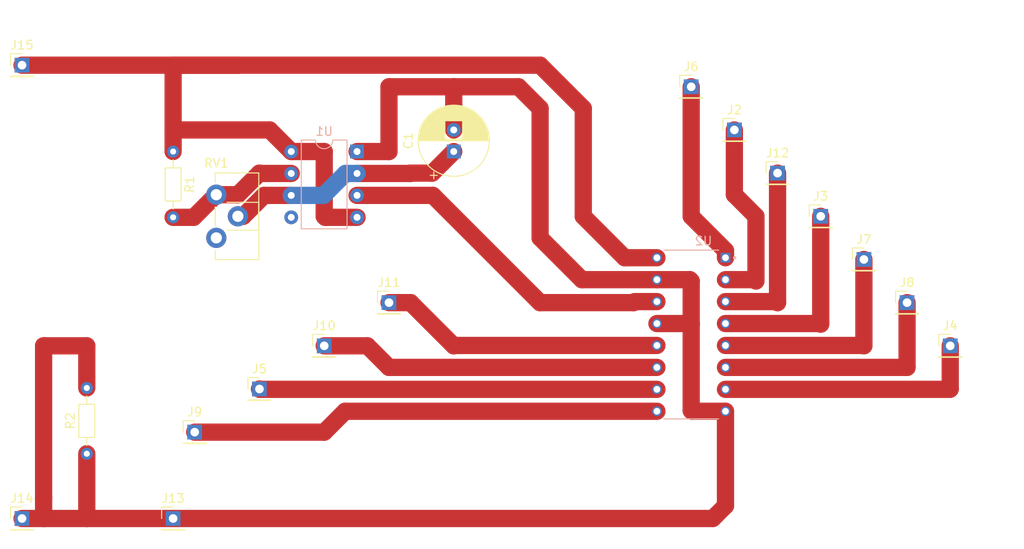
<source format=kicad_pcb>
(kicad_pcb (version 20240108) (generator "pcbnew") (generator_version "8.0")
  (layers (0 "F.Cu" signal) (31 "B.Cu" signal) (34 "B.Paste" user) (35 "F.Paste" user) (36 "B.SilkS" user "B.Silkscreen") (37 "F.SilkS" user "F.Silkscreen") (38 "B.Mask" user) (39 "F.Mask" user) (44 "Edge.Cuts" user))
  (net 0 "")
  (net 1 "Net-(U1-THR)")
  (net 3 "Net-(J2-Pin_1)")
  (net 4 "Net-(U1-DIS)")
  (net 5 "Net-(U1-Q)")
  (net 6 "Net-(J5-Pin_1)")
  (net 7 "Net-(J3-Pin_1)")
  (net 8 "Net-(J6-Pin_1)")
  (net 9 "Net-(J4-Pin_1)")
  (net 10 "Net-(J7-Pin_1)")
  (net 12 "Net-(J14-Pin_1)")
  (net 13 "Net-(J15-Pin_1)")
  (net 14 "Net-(J13-Pin_1)")
  (net 15 "Net-(J8-Pin_1)")
  (net 16 "Net-(J9-Pin_1)")
  (net 17 "Net-(J11-Pin_1)")
  (net 18 "Net-(J10-Pin_1)")
  (net 19 "Net-(J12-Pin_1)")
  (footprint "Resistor_THT:R_Axial_DIN0204_L3.6mm_D1.6mm_P7.62mm_Horizontal" (layer "F.Cu") (at 117.5 117.5 90)
    (property "Reference" "R2" (at 3.81 -1.92 90) (layer "F.SilkS"))
    (property "Value" "1k")
    (fp_line (start 5.73 -0.92) (end 1.89 -0.92) (stroke (width 0.12)) (layer "F.SilkS"))
    (fp_line (start 1.89 -0.92) (end 1.89 0.92) (stroke (width 0.12)) (layer "F.SilkS"))
    (fp_line (start 6.68 0) (end 5.73 0) (stroke (width 0.12)) (layer "F.SilkS"))
    (fp_line (start 0.94 0) (end 1.89 0) (stroke (width 0.12)) (layer "F.SilkS"))
    (fp_line (start 5.73 0.92) (end 5.73 -0.92) (stroke (width 0.12)) (layer "F.SilkS"))
    (fp_line (start 1.89 0.92) (end 5.73 0.92) (stroke (width 0.12)) (layer "F.SilkS"))
    (pad "1" thru_hole circle (at 0 0 90) (size 1.4 1.4) (drill 0.7) (layers "*.Cu" "*.Mask") (net 12 "Net-(J14-Pin_1)"))
    (pad "2" thru_hole oval (at 7.62 0 90) (size 1.4 1.4) (drill 0.7) (layers "*.Cu" "*.Mask") (net 14 "Net-(J13-Pin_1)"))
  )
  (footprint "Connector_PinHeader_2.54mm:PinHeader_1x01_P2.54mm_Vertical" (layer "F.Cu") (at 197.5 85)
    (property "Reference" "J12" (at 0 -2.33 0) (layer "F.SilkS"))
    (property "Value" "Screw_Terminal_01x01")
    (fp_line (start -1.33 -1.33) (end 0 -1.33) (stroke (width 0.12)) (layer "F.SilkS"))
    (fp_line (start -1.33 0) (end -1.33 -1.33) (stroke (width 0.12)) (layer "F.SilkS"))
    (fp_line (start -1.33 1.27) (end -1.33 1.33) (stroke (width 0.12)) (layer "F.SilkS"))
    (fp_line (start -1.33 1.27) (end 1.33 1.27) (stroke (width 0.12)) (layer "F.SilkS"))
    (fp_line (start -1.33 1.33) (end 1.33 1.33) (stroke (width 0.12)) (layer "F.SilkS"))
    (fp_line (start 1.33 1.27) (end 1.33 1.33) (stroke (width 0.12)) (layer "F.SilkS"))
    (pad "1" thru_hole rect (at 0 0) (size 1.7 1.7) (drill 1) (layers "*.Cu" "*.Mask") (net 19 "Net-(J12-Pin_1)"))
  )
  (footprint "Connector_PinHeader_2.54mm:PinHeader_1x01_P2.54mm_Vertical" (layer "F.Cu") (at 130 115)
    (property "Reference" "J9" (at 0 -2.33 0) (layer "F.SilkS"))
    (property "Value" "Screw_Terminal_01x01")
    (fp_line (start -1.33 -1.33) (end 0 -1.33) (stroke (width 0.12)) (layer "F.SilkS"))
    (fp_line (start -1.33 0) (end -1.33 -1.33) (stroke (width 0.12)) (layer "F.SilkS"))
    (fp_line (start -1.33 1.27) (end -1.33 1.33) (stroke (width 0.12)) (layer "F.SilkS"))
    (fp_line (start -1.33 1.27) (end 1.33 1.27) (stroke (width 0.12)) (layer "F.SilkS"))
    (fp_line (start -1.33 1.33) (end 1.33 1.33) (stroke (width 0.12)) (layer "F.SilkS"))
    (fp_line (start 1.33 1.27) (end 1.33 1.33) (stroke (width 0.12)) (layer "F.SilkS"))
    (pad "1" thru_hole rect (at 0 0) (size 1.7 1.7) (drill 1) (layers "*.Cu" "*.Mask") (net 16 "Net-(J9-Pin_1)"))
  )
  (footprint "Connector_PinHeader_2.54mm:PinHeader_1x01_P2.54mm_Vertical" (layer "F.Cu") (at 152.5 100)
    (property "Reference" "J11" (at 0 -2.33 0) (layer "F.SilkS"))
    (property "Value" "Screw_Terminal_01x01")
    (fp_line (start -1.33 -1.33) (end 0 -1.33) (stroke (width 0.12)) (layer "F.SilkS"))
    (fp_line (start -1.33 0) (end -1.33 -1.33) (stroke (width 0.12)) (layer "F.SilkS"))
    (fp_line (start -1.33 1.27) (end -1.33 1.33) (stroke (width 0.12)) (layer "F.SilkS"))
    (fp_line (start -1.33 1.27) (end 1.33 1.27) (stroke (width 0.12)) (layer "F.SilkS"))
    (fp_line (start -1.33 1.33) (end 1.33 1.33) (stroke (width 0.12)) (layer "F.SilkS"))
    (fp_line (start 1.33 1.27) (end 1.33 1.33) (stroke (width 0.12)) (layer "F.SilkS"))
    (pad "1" thru_hole rect (at 0 0) (size 1.7 1.7) (drill 1) (layers "*.Cu" "*.Mask") (net 17 "Net-(J11-Pin_1)"))
  )
  (footprint "Connector_PinHeader_2.54mm:PinHeader_1x01_P2.54mm_Vertical" (layer "F.Cu") (at 207.5 95)
    (property "Reference" "J7" (at 0 -2.33 0) (layer "F.SilkS"))
    (property "Value" "Screw_Terminal_01x01")
    (fp_line (start -1.33 -1.33) (end 0 -1.33) (stroke (width 0.12)) (layer "F.SilkS"))
    (fp_line (start -1.33 0) (end -1.33 -1.33) (stroke (width 0.12)) (layer "F.SilkS"))
    (fp_line (start -1.33 1.27) (end -1.33 1.33) (stroke (width 0.12)) (layer "F.SilkS"))
    (fp_line (start -1.33 1.27) (end 1.33 1.27) (stroke (width 0.12)) (layer "F.SilkS"))
    (fp_line (start -1.33 1.33) (end 1.33 1.33) (stroke (width 0.12)) (layer "F.SilkS"))
    (fp_line (start 1.33 1.27) (end 1.33 1.33) (stroke (width 0.12)) (layer "F.SilkS"))
    (pad "1" thru_hole rect (at 0 0) (size 1.7 1.7) (drill 1) (layers "*.Cu" "*.Mask") (net 10 "Net-(J7-Pin_1)"))
  )
  (footprint "Connector_PinHeader_2.54mm:PinHeader_1x01_P2.54mm_Vertical" (layer "F.Cu") (at 212.5 100)
    (property "Reference" "J8" (at 0 -2.33 0) (layer "F.SilkS"))
    (property "Value" "Screw_Terminal_01x01")
    (fp_line (start -1.33 -1.33) (end 0 -1.33) (stroke (width 0.12)) (layer "F.SilkS"))
    (fp_line (start -1.33 0) (end -1.33 -1.33) (stroke (width 0.12)) (layer "F.SilkS"))
    (fp_line (start -1.33 1.27) (end -1.33 1.33) (stroke (width 0.12)) (layer "F.SilkS"))
    (fp_line (start -1.33 1.27) (end 1.33 1.27) (stroke (width 0.12)) (layer "F.SilkS"))
    (fp_line (start -1.33 1.33) (end 1.33 1.33) (stroke (width 0.12)) (layer "F.SilkS"))
    (fp_line (start 1.33 1.27) (end 1.33 1.33) (stroke (width 0.12)) (layer "F.SilkS"))
    (pad "1" thru_hole rect (at 0 0) (size 1.7 1.7) (drill 1) (layers "*.Cu" "*.Mask") (net 15 "Net-(J8-Pin_1)"))
  )
  (footprint "Connector_PinHeader_2.54mm:PinHeader_1x01_P2.54mm_Vertical" (layer "F.Cu") (at 202.5 90)
    (property "Reference" "J3" (at 0 -2.33 0) (layer "F.SilkS"))
    (property "Value" "Screw_Terminal_01x01")
    (fp_line (start -1.33 -1.33) (end 0 -1.33) (stroke (width 0.12)) (layer "F.SilkS"))
    (fp_line (start -1.33 0) (end -1.33 -1.33) (stroke (width 0.12)) (layer "F.SilkS"))
    (fp_line (start -1.33 1.27) (end -1.33 1.33) (stroke (width 0.12)) (layer "F.SilkS"))
    (fp_line (start -1.33 1.27) (end 1.33 1.27) (stroke (width 0.12)) (layer "F.SilkS"))
    (fp_line (start -1.33 1.33) (end 1.33 1.33) (stroke (width 0.12)) (layer "F.SilkS"))
    (fp_line (start 1.33 1.27) (end 1.33 1.33) (stroke (width 0.12)) (layer "F.SilkS"))
    (pad "1" thru_hole rect (at 0 0) (size 1.7 1.7) (drill 1) (layers "*.Cu" "*.Mask") (net 7 "Net-(J3-Pin_1)"))
  )
  (footprint "Capacitor_THT:CP_Radial_D8.0mm_P2.50mm" (layer "F.Cu") (at 160 82.5 90)
    (property "Reference" "C1" (at 1.25 -5.25 90) (layer "F.SilkS"))
    (property "Value" "2.2")
    (fp_line (start 1.33 -4.08) (end 1.33 4.08) (stroke (width 0.12)) (layer "F.SilkS"))
    (fp_line (start 1.29 -4.08) (end 1.29 4.08) (stroke (width 0.12)) (layer "F.SilkS"))
    (fp_line (start 1.25 -4.08) (end 1.25 4.08) (stroke (width 0.12)) (layer "F.SilkS"))
    (fp_line (start 1.37 -4.079) (end 1.37 4.079) (stroke (width 0.12)) (layer "F.SilkS"))
    (fp_line (start 1.41 -4.077) (end 1.41 4.077) (stroke (width 0.12)) (layer "F.SilkS"))
    (fp_line (start 1.45 -4.076) (end 1.45 4.076) (stroke (width 0.12)) (layer "F.SilkS"))
    (fp_line (start 1.49 -4.074) (end 1.49 -1.04) (stroke (width 0.12)) (layer "F.SilkS"))
    (fp_line (start 1.53 -4.071) (end 1.53 -1.04) (stroke (width 0.12)) (layer "F.SilkS"))
    (fp_line (start 1.57 -4.068) (end 1.57 -1.04) (stroke (width 0.12)) (layer "F.SilkS"))
    (fp_line (start 1.61 -4.065) (end 1.61 -1.04) (stroke (width 0.12)) (layer "F.SilkS"))
    (fp_line (start 1.65 -4.061) (end 1.65 -1.04) (stroke (width 0.12)) (layer "F.SilkS"))
    (fp_line (start 1.69 -4.057) (end 1.69 -1.04) (stroke (width 0.12)) (layer "F.SilkS"))
    (fp_line (start 1.73 -4.052) (end 1.73 -1.04) (stroke (width 0.12)) (layer "F.SilkS"))
    (fp_line (start 1.77 -4.048) (end 1.77 -1.04) (stroke (width 0.12)) (layer "F.SilkS"))
    (fp_line (start 1.81 -4.042) (end 1.81 -1.04) (stroke (width 0.12)) (layer "F.SilkS"))
    (fp_line (start 1.85 -4.037) (end 1.85 -1.04) (stroke (width 0.12)) (layer "F.SilkS"))
    (fp_line (start 1.89 -4.03) (end 1.89 -1.04) (stroke (width 0.12)) (layer "F.SilkS"))
    (fp_line (start 1.93 -4.024) (end 1.93 -1.04) (stroke (width 0.12)) (layer "F.SilkS"))
    (fp_line (start 1.971 -4.017) (end 1.971 -1.04) (stroke (width 0.12)) (layer "F.SilkS"))
    (fp_line (start 2.011 -4.01) (end 2.011 -1.04) (stroke (width 0.12)) (layer "F.SilkS"))
    (fp_line (start 2.051 -4.002) (end 2.051 -1.04) (stroke (width 0.12)) (layer "F.SilkS"))
    (fp_line (start 2.091 -3.994) (end 2.091 -1.04) (stroke (width 0.12)) (layer "F.SilkS"))
    (fp_line (start 2.131 -3.985) (end 2.131 -1.04) (stroke (width 0.12)) (layer "F.SilkS"))
    (fp_line (start 2.171 -3.976) (end 2.171 -1.04) (stroke (width 0.12)) (layer "F.SilkS"))
    (fp_line (start 2.211 -3.967) (end 2.211 -1.04) (stroke (width 0.12)) (layer "F.SilkS"))
    (fp_line (start 2.251 -3.957) (end 2.251 -1.04) (stroke (width 0.12)) (layer "F.SilkS"))
    (fp_line (start 2.291 -3.947) (end 2.291 -1.04) (stroke (width 0.12)) (layer "F.SilkS"))
    (fp_line (start 2.331 -3.936) (end 2.331 -1.04) (stroke (width 0.12)) (layer "F.SilkS"))
    (fp_line (start 2.371 -3.925) (end 2.371 -1.04) (stroke (width 0.12)) (layer "F.SilkS"))
    (fp_line (start 2.411 -3.914) (end 2.411 -1.04) (stroke (width 0.12)) (layer "F.SilkS"))
    (fp_line (start 2.451 -3.902) (end 2.451 -1.04) (stroke (width 0.12)) (layer "F.SilkS"))
    (fp_line (start 2.491 -3.889) (end 2.491 -1.04) (stroke (width 0.12)) (layer "F.SilkS"))
    (fp_line (start 2.531 -3.877) (end 2.531 -1.04) (stroke (width 0.12)) (layer "F.SilkS"))
    (fp_line (start 2.571 -3.863) (end 2.571 -1.04) (stroke (width 0.12)) (layer "F.SilkS"))
    (fp_line (start 2.611 -3.85) (end 2.611 -1.04) (stroke (width 0.12)) (layer "F.SilkS"))
    (fp_line (start 2.651 -3.835) (end 2.651 -1.04) (stroke (width 0.12)) (layer "F.SilkS"))
    (fp_line (start 2.691 -3.821) (end 2.691 -1.04) (stroke (width 0.12)) (layer "F.SilkS"))
    (fp_line (start 2.731 -3.805) (end 2.731 -1.04) (stroke (width 0.12)) (layer "F.SilkS"))
    (fp_line (start 2.771 -3.79) (end 2.771 -1.04) (stroke (width 0.12)) (layer "F.SilkS"))
    (fp_line (start 2.811 -3.774) (end 2.811 -1.04) (stroke (width 0.12)) (layer "F.SilkS"))
    (fp_line (start 2.851 -3.757) (end 2.851 -1.04) (stroke (width 0.12)) (layer "F.SilkS"))
    (fp_line (start 2.891 -3.74) (end 2.891 -1.04) (stroke (width 0.12)) (layer "F.SilkS"))
    (fp_line (start 2.931 -3.722) (end 2.931 -1.04) (stroke (width 0.12)) (layer "F.SilkS"))
    (fp_line (start 2.971 -3.704) (end 2.971 -1.04) (stroke (width 0.12)) (layer "F.SilkS"))
    (fp_line (start 3.011 -3.686) (end 3.011 -1.04) (stroke (width 0.12)) (layer "F.SilkS"))
    (fp_line (start 3.051 -3.666) (end 3.051 -1.04) (stroke (width 0.12)) (layer "F.SilkS"))
    (fp_line (start 3.091 -3.647) (end 3.091 -1.04) (stroke (width 0.12)) (layer "F.SilkS"))
    (fp_line (start 3.131 -3.627) (end 3.131 -1.04) (stroke (width 0.12)) (layer "F.SilkS"))
    (fp_line (start 3.171 -3.606) (end 3.171 -1.04) (stroke (width 0.12)) (layer "F.SilkS"))
    (fp_line (start 3.211 -3.584) (end 3.211 -1.04) (stroke (width 0.12)) (layer "F.SilkS"))
    (fp_line (start 3.251 -3.562) (end 3.251 -1.04) (stroke (width 0.12)) (layer "F.SilkS"))
    (fp_line (start 3.291 -3.54) (end 3.291 -1.04) (stroke (width 0.12)) (layer "F.SilkS"))
    (fp_line (start 3.331 -3.517) (end 3.331 -1.04) (stroke (width 0.12)) (layer "F.SilkS"))
    (fp_line (start 3.371 -3.493) (end 3.371 -1.04) (stroke (width 0.12)) (layer "F.SilkS"))
    (fp_line (start 3.411 -3.469) (end 3.411 -1.04) (stroke (width 0.12)) (layer "F.SilkS"))
    (fp_line (start 3.451 -3.444) (end 3.451 -1.04) (stroke (width 0.12)) (layer "F.SilkS"))
    (fp_line (start 3.491 -3.418) (end 3.491 -1.04) (stroke (width 0.12)) (layer "F.SilkS"))
    (fp_line (start 3.531 -3.392) (end 3.531 -1.04) (stroke (width 0.12)) (layer "F.SilkS"))
    (fp_line (start 3.571 -3.365) (end 3.571 3.365) (stroke (width 0.12)) (layer "F.SilkS"))
    (fp_line (start 3.611 -3.338) (end 3.611 3.338) (stroke (width 0.12)) (layer "F.SilkS"))
    (fp_line (start 3.651 -3.309) (end 3.651 3.309) (stroke (width 0.12)) (layer "F.SilkS"))
    (fp_line (start 3.691 -3.28) (end 3.691 3.28) (stroke (width 0.12)) (layer "F.SilkS"))
    (fp_line (start 3.731 -3.25) (end 3.731 3.25) (stroke (width 0.12)) (layer "F.SilkS"))
    (fp_line (start 3.771 -3.22) (end 3.771 3.22) (stroke (width 0.12)) (layer "F.SilkS"))
    (fp_line (start 3.811 -3.189) (end 3.811 3.189) (stroke (width 0.12)) (layer "F.SilkS"))
    (fp_line (start 3.851 -3.156) (end 3.851 3.156) (stroke (width 0.12)) (layer "F.SilkS"))
    (fp_line (start 3.891 -3.124) (end 3.891 3.124) (stroke (width 0.12)) (layer "F.SilkS"))
    (fp_line (start 3.931 -3.09) (end 3.931 3.09) (stroke (width 0.12)) (layer "F.SilkS"))
    (fp_line (start 3.971 -3.055) (end 3.971 3.055) (stroke (width 0.12)) (layer "F.SilkS"))
    (fp_line (start 4.011 -3.019) (end 4.011 3.019) (stroke (width 0.12)) (layer "F.SilkS"))
    (fp_line (start 4.051 -2.983) (end 4.051 2.983) (stroke (width 0.12)) (layer "F.SilkS"))
    (fp_line (start 4.091 -2.945) (end 4.091 2.945) (stroke (width 0.12)) (layer "F.SilkS"))
    (fp_line (start 4.131 -2.907) (end 4.131 2.907) (stroke (width 0.12)) (layer "F.SilkS"))
    (fp_line (start 4.171 -2.867) (end 4.171 2.867) (stroke (width 0.12)) (layer "F.SilkS"))
    (fp_line (start 4.211 -2.826) (end 4.211 2.826) (stroke (width 0.12)) (layer "F.SilkS"))
    (fp_line (start 4.251 -2.784) (end 4.251 2.784) (stroke (width 0.12)) (layer "F.SilkS"))
    (fp_line (start 4.291 -2.741) (end 4.291 2.741) (stroke (width 0.12)) (layer "F.SilkS"))
    (fp_line (start -2.759698 -2.715) (end -2.759698 -1.915) (stroke (width 0.12)) (layer "F.SilkS"))
    (fp_line (start 4.331 -2.697) (end 4.331 2.697) (stroke (width 0.12)) (layer "F.SilkS"))
    (fp_line (start 4.371 -2.651) (end 4.371 2.651) (stroke (width 0.12)) (layer "F.SilkS"))
    (fp_line (start 4.411 -2.604) (end 4.411 2.604) (stroke (width 0.12)) (layer "F.SilkS"))
    (fp_line (start 4.451 -2.556) (end 4.451 2.556) (stroke (width 0.12)) (layer "F.SilkS"))
    (fp_line (start 4.491 -2.505) (end 4.491 2.505) (stroke (width 0.12)) (layer "F.SilkS"))
    (fp_line (start 4.531 -2.454) (end 4.531 2.454) (stroke (width 0.12)) (layer "F.SilkS"))
    (fp_line (start 4.571 -2.4) (end 4.571 2.4) (stroke (width 0.12)) (layer "F.SilkS"))
    (fp_line (start 4.611 -2.345) (end 4.611 2.345) (stroke (width 0.12)) (layer "F.SilkS"))
    (fp_line (start -3.159698 -2.315) (end -2.359698 -2.315) (stroke (width 0.12)) (layer "F.SilkS"))
    (fp_line (start 4.651 -2.287) (end 4.651 2.287) (stroke (width 0.12)) (layer "F.SilkS"))
    (fp_line (start 4.691 -2.228) (end 4.691 2.228) (stroke (width 0.12)) (layer "F.SilkS"))
    (fp_line (start 4.731 -2.166) (end 4.731 2.166) (stroke (width 0.12)) (layer "F.SilkS"))
    (fp_line (start 4.771 -2.102) (end 4.771 2.102) (stroke (width 0.12)) (layer "F.SilkS"))
    (fp_line (start 4.811 -2.034) (end 4.811 2.034) (stroke (width 0.12)) (layer "F.SilkS"))
    (fp_line (start 4.851 -1.964) (end 4.851 1.964) (stroke (width 0.12)) (layer "F.SilkS"))
    (fp_line (start 4.891 -1.89) (end 4.891 1.89) (stroke (width 0.12)) (layer "F.SilkS"))
    (fp_line (start 4.931 -1.813) (end 4.931 1.813) (stroke (width 0.12)) (layer "F.SilkS"))
    (fp_line (start 4.971 -1.731) (end 4.971 1.731) (stroke (width 0.12)) (layer "F.SilkS"))
    (fp_line (start 5.011 -1.645) (end 5.011 1.645) (stroke (width 0.12)) (layer "F.SilkS"))
    (fp_line (start 5.051 -1.552) (end 5.051 1.552) (stroke (width 0.12)) (layer "F.SilkS"))
    (fp_line (start 5.091 -1.453) (end 5.091 1.453) (stroke (width 0.12)) (layer "F.SilkS"))
    (fp_line (start 5.131 -1.346) (end 5.131 1.346) (stroke (width 0.12)) (layer "F.SilkS"))
    (fp_line (start 5.171 -1.229) (end 5.171 1.229) (stroke (width 0.12)) (layer "F.SilkS"))
    (fp_line (start 5.211 -1.098) (end 5.211 1.098) (stroke (width 0.12)) (layer "F.SilkS"))
    (fp_line (start 5.251 -0.948) (end 5.251 0.948) (stroke (width 0.12)) (layer "F.SilkS"))
    (fp_line (start 5.291 -0.768) (end 5.291 0.768) (stroke (width 0.12)) (layer "F.SilkS"))
    (fp_line (start 5.331 -0.533) (end 5.331 0.533) (stroke (width 0.12)) (layer "F.SilkS"))
    (fp_line (start 3.531 1.04) (end 3.531 3.392) (stroke (width 0.12)) (layer "F.SilkS"))
    (fp_line (start 3.491 1.04) (end 3.491 3.418) (stroke (width 0.12)) (layer "F.SilkS"))
    (fp_line (start 3.451 1.04) (end 3.451 3.444) (stroke (width 0.12)) (layer "F.SilkS"))
    (fp_line (start 3.411 1.04) (end 3.411 3.469) (stroke (width 0.12)) (layer "F.SilkS"))
    (fp_line (start 3.371 1.04) (end 3.371 3.493) (stroke (width 0.12)) (layer "F.SilkS"))
    (fp_line (start 3.331 1.04) (end 3.331 3.517) (stroke (width 0.12)) (layer "F.SilkS"))
    (fp_line (start 3.291 1.04) (end 3.291 3.54) (stroke (width 0.12)) (layer "F.SilkS"))
    (fp_line (start 3.251 1.04) (end 3.251 3.562) (stroke (width 0.12)) (layer "F.SilkS"))
    (fp_line (start 3.211 1.04) (end 3.211 3.584) (stroke (width 0.12)) (layer "F.SilkS"))
    (fp_line (start 3.171 1.04) (end 3.171 3.606) (stroke (width 0.12)) (layer "F.SilkS"))
    (fp_line (start 3.131 1.04) (end 3.131 3.627) (stroke (width 0.12)) (layer "F.SilkS"))
    (fp_line (start 3.091 1.04) (end 3.091 3.647) (stroke (width 0.12)) (layer "F.SilkS"))
    (fp_line (start 3.051 1.04) (end 3.051 3.666) (stroke (width 0.12)) (layer "F.SilkS"))
    (fp_line (start 3.011 1.04) (end 3.011 3.686) (stroke (width 0.12)) (layer "F.SilkS"))
    (fp_line (start 2.971 1.04) (end 2.971 3.704) (stroke (width 0.12)) (layer "F.SilkS"))
    (fp_line (start 2.931 1.04) (end 2.931 3.722) (stroke (width 0.12)) (layer "F.SilkS"))
    (fp_line (start 2.891 1.04) (end 2.891 3.74) (stroke (width 0.12)) (layer "F.SilkS"))
    (fp_line (start 2.851 1.04) (end 2.851 3.757) (stroke (width 0.12)) (layer "F.SilkS"))
    (fp_line (start 2.811 1.04) (end 2.811 3.774) (stroke (width 0.12)) (layer "F.SilkS"))
    (fp_line (start 2.771 1.04) (end 2.771 3.79) (stroke (width 0.12)) (layer "F.SilkS"))
    (fp_line (start 2.731 1.04) (end 2.731 3.805) (stroke (width 0.12)) (layer "F.SilkS"))
    (fp_line (start 2.691 1.04) (end 2.691 3.821) (stroke (width 0.12)) (layer "F.SilkS"))
    (fp_line (start 2.651 1.04) (end 2.651 3.835) (stroke (width 0.12)) (layer "F.SilkS"))
    (fp_line (start 2.611 1.04) (end 2.611 3.85) (stroke (width 0.12)) (layer "F.SilkS"))
    (fp_line (start 2.571 1.04) (end 2.571 3.863) (stroke (width 0.12)) (layer "F.SilkS"))
    (fp_line (start 2.531 1.04) (end 2.531 3.877) (stroke (width 0.12)) (layer "F.SilkS"))
    (fp_line (start 2.491 1.04) (end 2.491 3.889) (stroke (width 0.12)) (layer "F.SilkS"))
    (fp_line (start 2.451 1.04) (end 2.451 3.902) (stroke (width 0.12)) (layer "F.SilkS"))
    (fp_line (start 2.411 1.04) (end 2.411 3.914) (stroke (width 0.12)) (layer "F.SilkS"))
    (fp_line (start 2.371 1.04) (end 2.371 3.925) (stroke (width 0.12)) (layer "F.SilkS"))
    (fp_line (start 2.331 1.04) (end 2.331 3.936) (stroke (width 0.12)) (layer "F.SilkS"))
    (fp_line (start 2.291 1.04) (end 2.291 3.947) (stroke (width 0.12)) (layer "F.SilkS"))
    (fp_line (start 2.251 1.04) (end 2.251 3.957) (stroke (width 0.12)) (layer "F.SilkS"))
    (fp_line (start 2.211 1.04) (end 2.211 3.967) (stroke (width 0.12)) (layer "F.SilkS"))
    (fp_line (start 2.171 1.04) (end 2.171 3.976) (stroke (width 0.12)) (layer "F.SilkS"))
    (fp_line (start 2.131 1.04) (end 2.131 3.985) (stroke (width 0.12)) (layer "F.SilkS"))
    (fp_line (start 2.091 1.04) (end 2.091 3.994) (stroke (width 0.12)) (layer "F.SilkS"))
    (fp_line (start 2.051 1.04) (end 2.051 4.002) (stroke (width 0.12)) (layer "F.SilkS"))
    (fp_line (start 2.011 1.04) (end 2.011 4.01) (stroke (width 0.12)) (layer "F.SilkS"))
    (fp_line (start 1.971 1.04) (end 1.971 4.017) (stroke (width 0.12)) (layer "F.SilkS"))
    (fp_line (start 1.93 1.04) (end 1.93 4.024) (stroke (width 0.12)) (layer "F.SilkS"))
    (fp_line (start 1.89 1.04) (end 1.89 4.03) (stroke (width 0.12)) (layer "F.SilkS"))
    (fp_line (start 1.85 1.04) (end 1.85 4.037) (stroke (width 0.12)) (layer "F.SilkS"))
    (fp_line (start 1.81 1.04) (end 1.81 4.042) (stroke (width 0.12)) (layer "F.SilkS"))
    (fp_line (start 1.77 1.04) (end 1.77 4.048) (stroke (width 0.12)) (layer "F.SilkS"))
    (fp_line (start 1.73 1.04) (end 1.73 4.052) (stroke (width 0.12)) (layer "F.SilkS"))
    (fp_line (start 1.69 1.04) (end 1.69 4.057) (stroke (width 0.12)) (layer "F.SilkS"))
    (fp_line (start 1.65 1.04) (end 1.65 4.061) (stroke (width 0.12)) (layer "F.SilkS"))
    (fp_line (start 1.61 1.04) (end 1.61 4.065) (stroke (width 0.12)) (layer "F.SilkS"))
    (fp_line (start 1.57 1.04) (end 1.57 4.068) (stroke (width 0.12)) (layer "F.SilkS"))
    (fp_line (start 1.53 1.04) (end 1.53 4.071) (stroke (width 0.12)) (layer "F.SilkS"))
    (fp_line (start 1.49 1.04) (end 1.49 4.074) (stroke (width 0.12)) (layer "F.SilkS"))
    (fp_circle (center 1.25 0) (end 5.37 0) (stroke (width 0.12)) (fill none) (layer "F.SilkS"))
    (pad "1" thru_hole rect (at 0 0 90) (size 1.6 1.6) (drill 0.8) (layers "*.Cu" "*.Mask") (net 1 "Net-(U1-THR)"))
    (pad "2" thru_hole circle (at 2.5 0 90) (size 1.6 1.6) (drill 0.8) (layers "*.Cu" "*.Mask") (net 12 "Net-(J14-Pin_1)"))
  )
  (footprint "Connector_PinHeader_2.54mm:PinHeader_1x01_P2.54mm_Vertical" (layer "F.Cu") (at 110 72.5)
    (property "Reference" "J15" (at 0 -2.33 0) (layer "F.SilkS"))
    (property "Value" "Vcc")
    (fp_line (start -1.33 -1.33) (end 0 -1.33) (stroke (width 0.12)) (layer "F.SilkS"))
    (fp_line (start -1.33 0) (end -1.33 -1.33) (stroke (width 0.12)) (layer "F.SilkS"))
    (fp_line (start -1.33 1.27) (end -1.33 1.33) (stroke (width 0.12)) (layer "F.SilkS"))
    (fp_line (start -1.33 1.27) (end 1.33 1.27) (stroke (width 0.12)) (layer "F.SilkS"))
    (fp_line (start -1.33 1.33) (end 1.33 1.33) (stroke (width 0.12)) (layer "F.SilkS"))
    (fp_line (start 1.33 1.27) (end 1.33 1.33) (stroke (width 0.12)) (layer "F.SilkS"))
    (pad "1" thru_hole rect (at 0 0) (size 1.7 1.7) (drill 1) (layers "*.Cu" "*.Mask") (net 13 "Net-(J15-Pin_1)"))
  )
  (footprint "Connector_PinHeader_2.54mm:PinHeader_1x01_P2.54mm_Vertical" (layer "F.Cu") (at 187.5 75)
    (property "Reference" "J6" (at 0 -2.33 0) (layer "F.SilkS"))
    (property "Value" "Screw_Terminal_01x01")
    (fp_line (start -1.33 -1.33) (end 0 -1.33) (stroke (width 0.12)) (layer "F.SilkS"))
    (fp_line (start -1.33 0) (end -1.33 -1.33) (stroke (width 0.12)) (layer "F.SilkS"))
    (fp_line (start -1.33 1.27) (end -1.33 1.33) (stroke (width 0.12)) (layer "F.SilkS"))
    (fp_line (start -1.33 1.27) (end 1.33 1.27) (stroke (width 0.12)) (layer "F.SilkS"))
    (fp_line (start -1.33 1.33) (end 1.33 1.33) (stroke (width 0.12)) (layer "F.SilkS"))
    (fp_line (start 1.33 1.27) (end 1.33 1.33) (stroke (width 0.12)) (layer "F.SilkS"))
    (pad "1" thru_hole rect (at 0 0) (size 1.7 1.7) (drill 1) (layers "*.Cu" "*.Mask") (net 8 "Net-(J6-Pin_1)"))
  )
  (footprint "Connector_PinHeader_2.54mm:PinHeader_1x01_P2.54mm_Vertical" (layer "F.Cu") (at 110 125)
    (property "Reference" "J14" (at 0 -2.33 0) (layer "F.SilkS"))
    (property "Value" "GND")
    (fp_line (start -1.33 -1.33) (end 0 -1.33) (stroke (width 0.12)) (layer "F.SilkS"))
    (fp_line (start -1.33 0) (end -1.33 -1.33) (stroke (width 0.12)) (layer "F.SilkS"))
    (fp_line (start -1.33 1.27) (end -1.33 1.33) (stroke (width 0.12)) (layer "F.SilkS"))
    (fp_line (start -1.33 1.27) (end 1.33 1.27) (stroke (width 0.12)) (layer "F.SilkS"))
    (fp_line (start -1.33 1.33) (end 1.33 1.33) (stroke (width 0.12)) (layer "F.SilkS"))
    (fp_line (start 1.33 1.27) (end 1.33 1.33) (stroke (width 0.12)) (layer "F.SilkS"))
    (pad "1" thru_hole rect (at 0 0) (size 1.7 1.7) (drill 1) (layers "*.Cu" "*.Mask") (net 12 "Net-(J14-Pin_1)"))
  )
  (footprint "Connector_PinHeader_2.54mm:PinHeader_1x01_P2.54mm_Vertical" (layer "F.Cu") (at 137.5 110)
    (property "Reference" "J5" (at 0 -2.33 0) (layer "F.SilkS"))
    (property "Value" "Screw_Terminal_01x01")
    (fp_line (start -1.33 -1.33) (end 0 -1.33) (stroke (width 0.12)) (layer "F.SilkS"))
    (fp_line (start -1.33 0) (end -1.33 -1.33) (stroke (width 0.12)) (layer "F.SilkS"))
    (fp_line (start -1.33 1.27) (end -1.33 1.33) (stroke (width 0.12)) (layer "F.SilkS"))
    (fp_line (start -1.33 1.27) (end 1.33 1.27) (stroke (width 0.12)) (layer "F.SilkS"))
    (fp_line (start -1.33 1.33) (end 1.33 1.33) (stroke (width 0.12)) (layer "F.SilkS"))
    (fp_line (start 1.33 1.27) (end 1.33 1.33) (stroke (width 0.12)) (layer "F.SilkS"))
    (pad "1" thru_hole rect (at 0 0) (size 1.7 1.7) (drill 1) (layers "*.Cu" "*.Mask") (net 6 "Net-(J5-Pin_1)"))
  )
  (footprint "Resistor_THT:R_Axial_DIN0204_L3.6mm_D1.6mm_P7.62mm_Horizontal" (layer "F.Cu") (at 127.5 82.5 -90)
    (property "Reference" "R1" (at 3.81 -1.92 -90) (layer "F.SilkS"))
    (property "Value" "1k")
    (fp_line (start 1.89 0.92) (end 5.73 0.92) (stroke (width 0.12)) (layer "F.SilkS"))
    (fp_line (start 5.73 0.92) (end 5.73 -0.92) (stroke (width 0.12)) (layer "F.SilkS"))
    (fp_line (start 0.94 0) (end 1.89 0) (stroke (width 0.12)) (layer "F.SilkS"))
    (fp_line (start 6.68 0) (end 5.73 0) (stroke (width 0.12)) (layer "F.SilkS"))
    (fp_line (start 1.89 -0.92) (end 1.89 0.92) (stroke (width 0.12)) (layer "F.SilkS"))
    (fp_line (start 5.73 -0.92) (end 1.89 -0.92) (stroke (width 0.12)) (layer "F.SilkS"))
    (pad "1" thru_hole circle (at 0 0 270) (size 1.4 1.4) (drill 0.7) (layers "*.Cu" "*.Mask") (net 13 "Net-(J15-Pin_1)"))
    (pad "2" thru_hole oval (at 7.62 0 270) (size 1.4 1.4) (drill 0.7) (layers "*.Cu" "*.Mask") (net 4 "Net-(U1-DIS)"))
  )
  (footprint "Connector_PinHeader_2.54mm:PinHeader_1x01_P2.54mm_Vertical" (layer "F.Cu") (at 127.5 125)
    (property "Reference" "J13" (at 0 -2.33 0) (layer "F.SilkS"))
    (property "Value" "Screw_Terminal_01x01")
    (fp_line (start -1.33 -1.33) (end 0 -1.33) (stroke (width 0.12)) (layer "F.SilkS"))
    (fp_line (start -1.33 0) (end -1.33 -1.33) (stroke (width 0.12)) (layer "F.SilkS"))
    (fp_line (start -1.33 1.27) (end -1.33 1.33) (stroke (width 0.12)) (layer "F.SilkS"))
    (fp_line (start -1.33 1.27) (end 1.33 1.27) (stroke (width 0.12)) (layer "F.SilkS"))
    (fp_line (start -1.33 1.33) (end 1.33 1.33) (stroke (width 0.12)) (layer "F.SilkS"))
    (fp_line (start 1.33 1.27) (end 1.33 1.33) (stroke (width 0.12)) (layer "F.SilkS"))
    (pad "1" thru_hole rect (at 0 0) (size 1.7 1.7) (drill 1) (layers "*.Cu" "*.Mask") (net 14 "Net-(J13-Pin_1)"))
  )
  (footprint "Connector_PinHeader_2.54mm:PinHeader_1x01_P2.54mm_Vertical" (layer "F.Cu") (at 192.5 80)
    (property "Reference" "J2" (at 0 -2.33 0) (layer "F.SilkS"))
    (property "Value" "Screw_Terminal_01x01")
    (fp_line (start -1.33 -1.33) (end 0 -1.33) (stroke (width 0.12)) (layer "F.SilkS"))
    (fp_line (start -1.33 0) (end -1.33 -1.33) (stroke (width 0.12)) (layer "F.SilkS"))
    (fp_line (start -1.33 1.27) (end -1.33 1.33) (stroke (width 0.12)) (layer "F.SilkS"))
    (fp_line (start -1.33 1.27) (end 1.33 1.27) (stroke (width 0.12)) (layer "F.SilkS"))
    (fp_line (start -1.33 1.33) (end 1.33 1.33) (stroke (width 0.12)) (layer "F.SilkS"))
    (fp_line (start 1.33 1.27) (end 1.33 1.33) (stroke (width 0.12)) (layer "F.SilkS"))
    (pad "1" thru_hole rect (at 0 0) (size 1.7 1.7) (drill 1) (layers "*.Cu" "*.Mask") (net 3 "Net-(J2-Pin_1)"))
  )
  (footprint "Connector_PinHeader_2.54mm:PinHeader_1x01_P2.54mm_Vertical" (layer "F.Cu") (at 217.5 105)
    (property "Reference" "J4" (at 0 -2.33 0) (layer "F.SilkS"))
    (property "Value" "Screw_Terminal_01x01")
    (fp_line (start -1.33 -1.33) (end 0 -1.33) (stroke (width 0.12)) (layer "F.SilkS"))
    (fp_line (start -1.33 0) (end -1.33 -1.33) (stroke (width 0.12)) (layer "F.SilkS"))
    (fp_line (start -1.33 1.27) (end -1.33 1.33) (stroke (width 0.12)) (layer "F.SilkS"))
    (fp_line (start -1.33 1.27) (end 1.33 1.27) (stroke (width 0.12)) (layer "F.SilkS"))
    (fp_line (start -1.33 1.33) (end 1.33 1.33) (stroke (width 0.12)) (layer "F.SilkS"))
    (fp_line (start 1.33 1.27) (end 1.33 1.33) (stroke (width 0.12)) (layer "F.SilkS"))
    (pad "1" thru_hole rect (at 0 0) (size 1.7 1.7) (drill 1) (layers "*.Cu" "*.Mask") (net 9 "Net-(J4-Pin_1)"))
  )
  (footprint "Connector_PinHeader_2.54mm:PinHeader_1x01_P2.54mm_Vertical" (layer "F.Cu") (at 145 105)
    (property "Reference" "J10" (at 0 -2.33 0) (layer "F.SilkS"))
    (property "Value" "Screw_Terminal_01x01")
    (fp_line (start -1.33 -1.33) (end 0 -1.33) (stroke (width 0.12)) (layer "F.SilkS"))
    (fp_line (start -1.33 0) (end -1.33 -1.33) (stroke (width 0.12)) (layer "F.SilkS"))
    (fp_line (start -1.33 1.27) (end -1.33 1.33) (stroke (width 0.12)) (layer "F.SilkS"))
    (fp_line (start -1.33 1.27) (end 1.33 1.27) (stroke (width 0.12)) (layer "F.SilkS"))
    (fp_line (start -1.33 1.33) (end 1.33 1.33) (stroke (width 0.12)) (layer "F.SilkS"))
    (fp_line (start 1.33 1.27) (end 1.33 1.33) (stroke (width 0.12)) (layer "F.SilkS"))
    (pad "1" thru_hole rect (at 0 0) (size 1.7 1.7) (drill 1) (layers "*.Cu" "*.Mask") (net 18 "Net-(J10-Pin_1)"))
  )
  (footprint "Potentiometer_THT:Potentiometer_ACP_CA9-H2,5_Horizontal" (layer "F.Cu") (at 132.5 87.5)
    (property "Reference" "RV1" (at 0 -3.65 0) (layer "F.SilkS"))
    (property "Value" "10k")
    (fp_line (start -0.121 -2.521) (end -0.121 -1.426) (stroke (width 0.12)) (layer "F.SilkS"))
    (fp_line (start -0.121 -2.521) (end 4.92 -2.521) (stroke (width 0.12)) (layer "F.SilkS"))
    (fp_line (start -0.121 1.426) (end -0.121 3.575) (stroke (width 0.12)) (layer "F.SilkS"))
    (fp_line (start -0.121 1.426) (end -0.121 3.575) (stroke (width 0.12)) (layer "F.SilkS"))
    (fp_line (start -0.121 6.425) (end -0.121 7.52) (stroke (width 0.12)) (layer "F.SilkS"))
    (fp_line (start -0.121 7.52) (end 4.92 7.52) (stroke (width 0.12)) (layer "F.SilkS"))
    (fp_line (start 1.237 0.88) (end 4.92 0.88) (stroke (width 0.12)) (layer "F.SilkS"))
    (fp_line (start 1.237 4.12) (end 4.92 4.12) (stroke (width 0.12)) (layer "F.SilkS"))
    (fp_line (start 4.92 -2.521) (end 4.92 7.52) (stroke (width 0.12)) (layer "F.SilkS"))
    (fp_line (start 4.92 0.88) (end 4.92 4.12) (stroke (width 0.12)) (layer "F.SilkS"))
    (pad "1" thru_hole circle (at 0 0) (size 2.34 2.34) (drill 1.3) (layers "*.Cu" "*.Mask") (net 4 "Net-(U1-DIS)"))
    (pad "2" thru_hole circle (at 2.5 2.5) (size 2.34 2.34) (drill 1.3) (layers "*.Cu" "*.Mask") (net 1 "Net-(U1-THR)"))
    (pad "3" thru_hole circle (at 0 5) (size 2.34 2.34) (drill 1.3) (layers "*.Cu" "*.Mask"))
  )
  (footprint "Package_DIP:DIP-8_W7.62mm" (layer "B.Cu") (at 148.8 82.5 180)
    (property "Reference" "U1" (at 3.81 2.33 0) (layer "B.SilkS") (effects (justify mirror)))
    (property "Value" "NE555P")
    (fp_line (start 6.46 1.33) (end 6.46 -8.95) (stroke (width 0.12)) (layer "B.SilkS"))
    (fp_line (start 6.46 -8.95) (end 1.16 -8.95) (stroke (width 0.12)) (layer "B.SilkS"))
    (fp_line (start 4.81 1.33) (end 6.46 1.33) (stroke (width 0.12)) (layer "B.SilkS"))
    (fp_line (start 1.16 1.33) (end 2.81 1.33) (stroke (width 0.12)) (layer "B.SilkS"))
    (fp_line (start 1.16 -8.95) (end 1.16 1.33) (stroke (width 0.12)) (layer "B.SilkS"))
    (fp_arc (start 2.81 1.33) (mid 3.81 0.33) (end 4.81 1.33) (stroke (width 0.12)) (layer "B.SilkS"))
    (pad "1" thru_hole rect (at 0 0 180) (size 1.6 1.6) (drill 0.8) (layers "*.Cu" "*.Mask") (net 12 "Net-(J14-Pin_1)"))
    (pad "2" thru_hole oval (at 0 -2.54 180) (size 1.6 1.6) (drill 0.8) (layers "*.Cu" "*.Mask") (net 1 "Net-(U1-THR)"))
    (pad "3" thru_hole oval (at 0 -5.08 180) (size 1.6 1.6) (drill 0.8) (layers "*.Cu" "*.Mask") (net 5 "Net-(U1-Q)"))
    (pad "4" thru_hole oval (at 0 -7.62 180) (size 1.6 1.6) (drill 0.8) (layers "*.Cu" "*.Mask") (net 13 "Net-(J15-Pin_1)"))
    (pad "5" thru_hole oval (at 7.62 -7.62 180) (size 1.6 1.6) (drill 0.8) (layers "*.Cu" "*.Mask"))
    (pad "6" thru_hole oval (at 7.62 -5.08 180) (size 1.6 1.6) (drill 0.8) (layers "*.Cu" "*.Mask") (net 1 "Net-(U1-THR)"))
    (pad "7" thru_hole oval (at 7.62 -2.54 180) (size 1.6 1.6) (drill 0.8) (layers "*.Cu" "*.Mask") (net 4 "Net-(U1-DIS)"))
    (pad "8" thru_hole oval (at 7.62 0 180) (size 1.6 1.6) (drill 0.8) (layers "*.Cu" "*.Mask") (net 13 "Net-(J15-Pin_1)"))
  )
  (footprint "CD4017BE (1):DIP794W45P254L1969H508Q16" (layer "B.Cu") (at 187.5 103.69 180)
    (property "Reference" "U2" (at -1.425 10.835 0) (layer "B.SilkS") (effects (justify mirror)))
    (property "Value" "CD4017BE")
    (fp_line (start 3.175 9.775) (end -3.175 9.775) (stroke (width 0.127)) (layer "B.SilkS"))
    (fp_line (start 3.175 -9.775) (end -3.175 -9.775) (stroke (width 0.127)) (layer "B.SilkS"))
    (fp_circle (center -5.035 8.89) (end -4.935 8.89) (stroke (width 0.2)) (fill none) (layer "B.SilkS"))
    (pad "1" thru_hole rect (at -3.97 8.89 180) (size 1.13 1.13) (drill 0.78) (layers "*.Cu" "*.Mask") (net 8 "Net-(J6-Pin_1)"))
    (pad "2" thru_hole circle (at -3.97 6.35 180) (size 1.13 1.13) (drill 0.78) (layers "*.Cu" "*.Mask") (net 3 "Net-(J2-Pin_1)"))
    (pad "3" thru_hole circle (at -3.97 3.81 180) (size 1.13 1.13) (drill 0.78) (layers "*.Cu" "*.Mask") (net 19 "Net-(J12-Pin_1)"))
    (pad "4" thru_hole circle (at -3.97 1.27 180) (size 1.13 1.13) (drill 0.78) (layers "*.Cu" "*.Mask") (net 7 "Net-(J3-Pin_1)"))
    (pad "5" thru_hole circle (at -3.97 -1.27 180) (size 1.13 1.13) (drill 0.78) (layers "*.Cu" "*.Mask") (net 10 "Net-(J7-Pin_1)"))
    (pad "6" thru_hole circle (at -3.97 -3.81 180) (size 1.13 1.13) (drill 0.78) (layers "*.Cu" "*.Mask") (net 15 "Net-(J8-Pin_1)"))
    (pad "7" thru_hole circle (at -3.97 -6.35 180) (size 1.13 1.13) (drill 0.78) (layers "*.Cu" "*.Mask") (net 9 "Net-(J4-Pin_1)"))
    (pad "8" thru_hole circle (at -3.97 -8.89 180) (size 1.13 1.13) (drill 0.78) (layers "*.Cu" "*.Mask") (net 12 "Net-(J14-Pin_1)"))
    (pad "9" thru_hole circle (at 3.97 -8.89 180) (size 1.13 1.13) (drill 0.78) (layers "*.Cu" "*.Mask") (net 16 "Net-(J9-Pin_1)"))
    (pad "10" thru_hole circle (at 3.97 -6.35 180) (size 1.13 1.13) (drill 0.78) (layers "*.Cu" "*.Mask") (net 6 "Net-(J5-Pin_1)"))
    (pad "11" thru_hole circle (at 3.97 -3.81 180) (size 1.13 1.13) (drill 0.78) (layers "*.Cu" "*.Mask") (net 18 "Net-(J10-Pin_1)"))
    (pad "12" thru_hole circle (at 3.97 -1.27 180) (size 1.13 1.13) (drill 0.78) (layers "*.Cu" "*.Mask") (net 17 "Net-(J11-Pin_1)"))
    (pad "13" thru_hole circle (at 3.97 1.27 180) (size 1.13 1.13) (drill 0.78) (layers "*.Cu" "*.Mask") (net 12 "Net-(J14-Pin_1)"))
    (pad "14" thru_hole circle (at 3.97 3.81 180) (size 1.13 1.13) (drill 0.78) (layers "*.Cu" "*.Mask") (net 5 "Net-(U1-Q)"))
    (pad "15" thru_hole circle (at 3.97 6.35 180) (size 1.13 1.13) (drill 0.78) (layers "*.Cu" "*.Mask") (net 12 "Net-(J14-Pin_1)"))
    (pad "16" thru_hole circle (at 3.97 8.89 180) (size 1.13 1.13) (drill 0.78) (layers "*.Cu" "*.Mask") (net 13 "Net-(J15-Pin_1)"))
  )
  (gr_line (start 112.5 125) (end 112.5 122.5) (stroke (width 2)) (layer "F.Cu"))
  (segment (start 157.5 85) (end 160 82.5) (width 2) (layer "F.Cu") (net 1))
  (segment (start 155 85) (end 157.5 85) (width 2) (layer "F.Cu") (net 1))
  (segment (start 154.96 85.04) (end 155 85) (width 2) (layer "F.Cu") (net 1))
  (segment (start 148.8 85.04) (end 154.96 85.04) (width 2) (layer "F.Cu") (net 1))
  (segment (start 141.18 87.58) (end 138.03127 87.58) (width 2) (layer "F.Cu") (net 1))
  (segment (start 138.03127 87.58) (end 135.61127 90) (width 2) (layer "F.Cu") (net 1))
  (segment (start 135.61127 90) (end 135 90) (width 2) (layer "F.Cu") (net 1))
  (segment (start 147.46 85.04) (end 144.92 87.58) (width 2) (layer "B.Cu") (net 1))
  (segment (start 144.92 87.58) (end 141.18 87.58) (width 2) (layer "B.Cu") (net 1))
  (segment (start 148.8 85.04) (end 147.46 85.04) (width 2) (layer "B.Cu") (net 1))
  (segment (start 192.5 87.5) (end 192.5 80) (width 2) (layer "F.Cu") (net 3))
  (segment (start 195 90) (end 192.5 87.5) (width 2) (layer "F.Cu") (net 3))
  (segment (start 191.47 97.34) (end 194.84 97.34) (width 2) (layer "F.Cu") (net 3))
  (segment (start 195 97.5) (end 195 90) (width 2) (layer "F.Cu") (net 3))
  (segment (start 127.5 90.12) (end 129.88 90.12) (width 2) (layer "F.Cu") (net 4))
  (segment (start 137.5 85) (end 135 87.5) (width 2) (layer "F.Cu") (net 4))
  (segment (start 137.54 85.04) (end 137.5 85) (width 2) (layer "F.Cu") (net 4))
  (segment (start 141.18 85.04) (end 137.54 85.04) (width 2) (layer "F.Cu") (net 4))
  (segment (start 135 87.5) (end 132.5 87.5) (width 2) (layer "F.Cu") (net 4))
  (segment (start 129.88 90.12) (end 132.5 87.5) (width 2) (layer "F.Cu") (net 4))
  (segment (start 170 100) (end 180.83746 100) (width 2) (layer "F.Cu") (net 5))
  (segment (start 180.83746 100) (end 180.95746 99.88) (width 2) (layer "F.Cu") (net 5))
  (segment (start 157.58 87.58) (end 170 100) (width 2) (layer "F.Cu") (net 5))
  (segment (start 180.95746 99.88) (end 183.53 99.88) (width 2) (layer "F.Cu") (net 5))
  (segment (start 148.8 87.58) (end 157.58 87.58) (width 2) (layer "F.Cu") (net 5))
  (segment (start 137.54 110.04) (end 137.5 110) (width 2) (layer "F.Cu") (net 6))
  (segment (start 183.53 110.04) (end 137.54 110.04) (width 2) (layer "F.Cu") (net 6))
  (segment (start 202.5 102.34) (end 202.42 102.42) (width 2) (layer "F.Cu") (net 7))
  (segment (start 202.5 90) (end 202.5 102.34) (width 2) (layer "F.Cu") (net 7))
  (segment (start 202.42 102.42) (end 202.5 102.5) (width 2) (layer "F.Cu") (net 7))
  (segment (start 191.47 102.42) (end 202.42 102.42) (width 2) (layer "F.Cu") (net 7))
  (segment (start 191.47 93.97) (end 187.5 90) (width 2) (layer "F.Cu") (net 8))
  (segment (start 187.5 90) (end 187.5 75) (width 2) (layer "F.Cu") (net 8))
  (segment (start 191.47 94.8) (end 191.47 93.97) (width 2) (layer "F.Cu") (net 8))
  (segment (start 217.5 105) (end 217.5 110) (width 2) (layer "F.Cu") (net 9))
  (segment (start 191.47 110.04) (end 217.46 110.04) (width 2) (layer "F.Cu") (net 9))
  (segment (start 217.46 110.04) (end 217.5 110) (width 2) (layer "F.Cu") (net 9))
  (segment (start 191.47 104.96) (end 207.46 104.96) (width 2) (layer "F.Cu") (net 10))
  (segment (start 207.5 104.92) (end 207.46 104.96) (width 2) (layer "F.Cu") (net 10))
  (segment (start 207.5 95) (end 207.5 104.92) (width 2) (layer "F.Cu") (net 10))
  (segment (start 207.46 104.96) (end 207.5 105) (width 2) (layer "F.Cu") (net 10))
  (segment (start 183.53 97.34) (end 187.34 97.34) (width 2) (layer "F.Cu") (net 12))
  (segment (start 187.42 102.42) (end 187.5 102.5) (width 2) (layer "F.Cu") (net 12))
  (segment (start 112.5 125) (end 117.5 125) (width 2) (layer "F.Cu") (net 12))
  (segment (start 170 77.5) (end 167.5 75) (width 2) (layer "F.Cu") (net 12))
  (segment (start 167.5 75) (end 160 75) (width 2) (layer "F.Cu") (net 12))
  (segment (start 187.34 97.34) (end 187.5 97.5) (width 2) (layer "F.Cu") (net 12))
  (segment (start 187.5 97.5) (end 187.5 102.5) (width 2) (layer "F.Cu") (net 12))
  (segment (start 187.58 112.58) (end 191.47 112.58) (width 2) (layer "F.Cu") (net 12))
  (segment (start 117.5 125) (end 190 125) (width 2) (layer "F.Cu") (net 12))
  (segment (start 187.5 102.5) (end 187.5 112.5) (width 2) (layer "F.Cu") (net 12))
  (segment (start 183.53 97.34) (end 174.84 97.34) (width 2) (layer "F.Cu") (net 12))
  (segment (start 183.53 102.42) (end 187.42 102.42) (width 2) (layer "F.Cu") (net 12))
  (segment (start 117.5 117.5) (end 117.5 125) (width 2) (layer "F.Cu") (net 12))
  (segment (start 152.5 75) (end 152.5 82.5) (width 2) (layer "F.Cu") (net 12))
  (segment (start 110 125) (end 112.5 125) (width 2) (layer "F.Cu") (net 12))
  (segment (start 174.84 97.34) (end 170 92.5) (width 2) (layer "F.Cu") (net 12))
  (segment (start 187.5 112.5) (end 187.58 112.58) (width 2) (layer "F.Cu") (net 12))
  (segment (start 160 80) (end 160 75) (width 2) (layer "F.Cu") (net 12))
  (segment (start 170 92.5) (end 170 77.5) (width 2) (layer "F.Cu") (net 12))
  (segment (start 191.47 123.53) (end 191.47 112.58) (width 2) (layer "F.Cu") (net 12))
  (segment (start 152.5 82.5) (end 148.8 82.5) (width 2) (layer "F.Cu") (net 12))
  (segment (start 190 125) (end 191.47 123.53) (width 2) (layer "F.Cu") (net 12))
  (segment (start 160 75) (end 152.5 75) (width 2) (layer "F.Cu") (net 12))
  (segment (start 175 77.5) (end 175 90) (width 2) (layer "F.Cu") (net 13))
  (segment (start 145 90) (end 145.12 90.12) (width 2) (layer "F.Cu") (net 13))
  (segment (start 135 72.5) (end 110 72.5) (width 2) (layer "F.Cu") (net 13))
  (segment (start 145 82.5) (end 145 90) (width 2) (layer "F.Cu") (net 13))
  (segment (start 145.12 90.12) (end 148.8 90.12) (width 2) (layer "F.Cu") (net 13))
  (segment (start 135 72.5) (end 170 72.5) (width 2) (layer "F.Cu") (net 13))
  (segment (start 141.18 82.5) (end 145 82.5) (width 2) (layer "F.Cu") (net 13))
  (segment (start 170 72.5) (end 175 77.5) (width 2) (layer "F.Cu") (net 13))
  (segment (start 127.5 72.5) (end 135 72.5) (width 2) (layer "F.Cu") (net 13))
  (segment (start 127.5 80) (end 127.5 72.5) (width 2) (layer "F.Cu") (net 13))
  (segment (start 127.5 82.5) (end 127.5 80) (width 2) (layer "F.Cu") (net 13))
  (segment (start 138.68 80) (end 127.5 80) (width 2) (layer "F.Cu") (net 13))
  (segment (start 175 90) (end 179.8 94.8) (width 2) (layer "F.Cu") (net 13))
  (segment (start 141.18 82.5) (end 138.68 80) (width 2) (layer "F.Cu") (net 13))
  (segment (start 179.8 94.8) (end 183.53 94.8) (width 2) (layer "F.Cu") (net 13))
  (segment (start 117.5 105) (end 112.5 105) (width 2) (layer "F.Cu") (net 14))
  (segment (start 117.5 105) (end 117.5 109.88) (width 2) (layer "F.Cu") (net 14))
  (segment (start 112.5 105) (end 112.5 122.8) (width 2) (layer "F.Cu") (net 14))
  (segment (start 212.5 107.5) (end 191.47 107.5) (width 2) (layer "F.Cu") (net 15))
  (segment (start 212.5 100) (end 212.5 107.5) (width 2) (layer "F.Cu") (net 15))
  (segment (start 183.53 112.58) (end 147.42 112.58) (width 2) (layer "F.Cu") (net 16))
  (segment (start 145 115) (end 130 115) (width 2) (layer "F.Cu") (net 16))
  (segment (start 147.42 112.58) (end 145 115) (width 2) (layer "F.Cu") (net 16))
  (segment (start 160 105) (end 155 100) (width 2) (layer "F.Cu") (net 17))
  (segment (start 155 100) (end 152.5 100) (width 2) (layer "F.Cu") (net 17))
  (segment (start 183.53 104.96) (end 160.04 104.96) (width 2) (layer "F.Cu") (net 17))
  (segment (start 160.04 104.96) (end 160 105) (width 2) (layer "F.Cu") (net 17))
  (segment (start 152.5 107.5) (end 150 105) (width 2) (layer "F.Cu") (net 18))
  (segment (start 150 105) (end 145 105) (width 2) (layer "F.Cu") (net 18))
  (segment (start 183.53 107.5) (end 152.5 107.5) (width 2) (layer "F.Cu") (net 18))
  (segment (start 197.5 100) (end 197.5 85) (width 2) (layer "F.Cu") (net 19))
  (segment (start 197.38 99.88) (end 197.5 100) (width 2) (layer "F.Cu") (net 19))
  (segment (start 191.47 99.88) (end 197.38 99.88) (width 2) (layer "F.Cu") (net 19))
)
</source>
